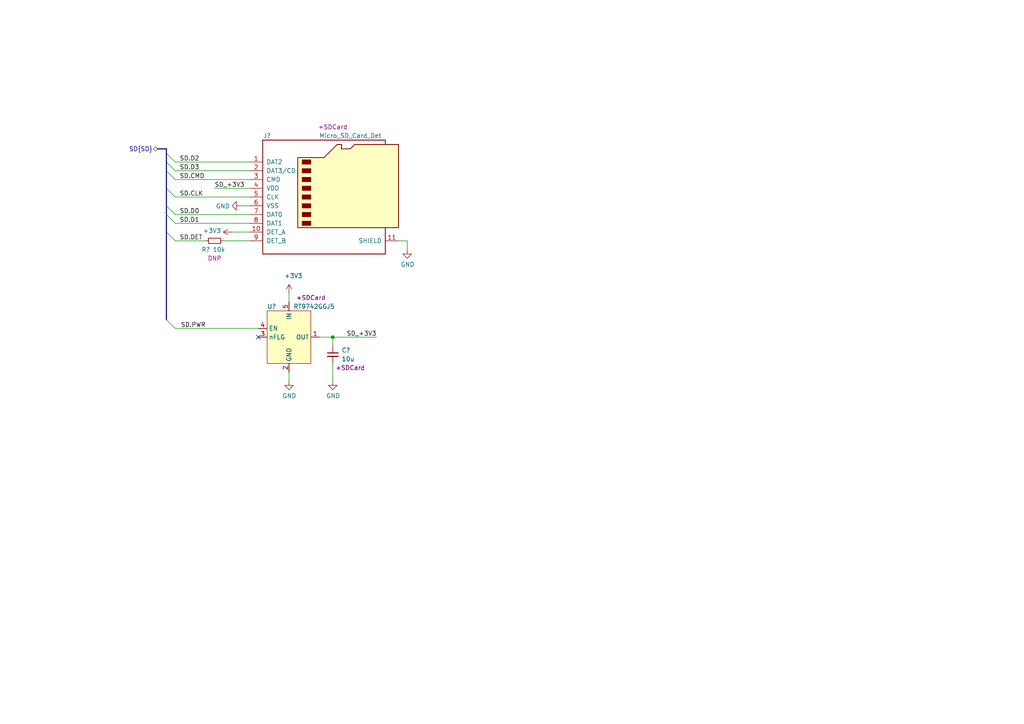
<source format=kicad_sch>
(kicad_sch (version 20201015) (generator eeschema)
  (paper "A4")
  (lib_symbols
    (symbol "Connector:Micro_SD_Card_Det" (pin_names (offset 1.016))
      (property "Reference" "J" (at -16.51 17.78 0))
      (property "Value" "Micro_SD_Card_Det" (at 16.51 17.78 0))
      (symbol "Micro_SD_Card_Det_0_1"
        (rectangle (start -7.62 -6.985) (end -5.08 -8.255) (fill (type outline)))
        (rectangle (start -7.62 -4.445) (end -5.08 -5.715) (fill (type outline)))
        (rectangle (start -7.62 -1.905) (end -5.08 -3.175) (fill (type outline)))
        (rectangle (start -7.62 0.635) (end -5.08 -0.635) (fill (type outline)))
        (rectangle (start -7.62 3.175) (end -5.08 1.905) (fill (type outline)))
        (rectangle (start -7.62 5.715) (end -5.08 4.445) (fill (type outline)))
        (rectangle (start -7.62 8.255) (end -5.08 6.985) (fill (type outline)))
        (rectangle (start -7.62 10.795) (end -5.08 9.525) (fill (type outline)))
        (polyline (pts (xy 16.51 15.24) (xy 16.51 16.51) (xy -19.05 16.51) (xy -19.05 -16.51) (xy 16.51 -16.51) (xy 16.51 -8.89)) (stroke (width 0.254)))
        (polyline (pts (xy -8.89 -8.89) (xy -8.89 11.43) (xy -1.27 11.43) (xy 2.54 15.24) (xy 3.81 15.24) (xy 3.81 13.97) (xy 6.35 13.97) (xy 7.62 15.24) (xy 20.32 15.24) (xy 20.32 -8.89) (xy -8.89 -8.89)) (stroke (width 0.254)) (fill (type background)))
      )
      (symbol "Micro_SD_Card_Det_1_1"
        (pin bidirectional line (at -22.86 10.16 0) (length 3.81) (name "DAT2") (number "1"))
        (pin passive line (at -22.86 -10.16 0) (length 3.81) (name "DET_A") (number "10"))
        (pin passive line (at 20.32 -12.7 180) (length 3.81) (name "SHIELD") (number "11"))
        (pin bidirectional line (at -22.86 7.62 0) (length 3.81) (name "DAT3/CD") (number "2"))
        (pin input line (at -22.86 5.08 0) (length 3.81) (name "CMD") (number "3"))
        (pin power_in line (at -22.86 2.54 0) (length 3.81) (name "VDD") (number "4"))
        (pin input line (at -22.86 0 0) (length 3.81) (name "CLK") (number "5"))
        (pin power_in line (at -22.86 -2.54 0) (length 3.81) (name "VSS") (number "6"))
        (pin bidirectional line (at -22.86 -5.08 0) (length 3.81) (name "DAT0") (number "7"))
        (pin bidirectional line (at -22.86 -7.62 0) (length 3.81) (name "DAT1") (number "8"))
        (pin passive line (at -22.86 -12.7 0) (length 3.81) (name "DET_B") (number "9"))
      )
    )
    (symbol "Device:C_Small" (pin_numbers hide) (pin_names (offset 0.254) hide)
      (property "Reference" "C" (at 0.254 1.778 0))
      (property "Value" "C_Small" (at 0.254 -2.032 0))
      (symbol "C_Small_0_1"
        (polyline (pts (xy -1.524 -0.508) (xy 1.524 -0.508)) (stroke (width 0.3302)))
        (polyline (pts (xy -1.524 0.508) (xy 1.524 0.508)) (stroke (width 0.3048)))
      )
      (symbol "C_Small_1_1"
        (pin passive line (at 0 2.54 270) (length 2.032) (name "~") (number "1"))
        (pin passive line (at 0 -2.54 90) (length 2.032) (name "~") (number "2"))
      )
    )
    (symbol "Device:R_Small" (pin_numbers hide) (pin_names (offset 0.254) hide)
      (property "Reference" "R" (at 0.762 0.508 0))
      (property "Value" "R_Small" (at 0.762 -1.016 0))
      (symbol "R_Small_0_1"
        (rectangle (start -0.762 1.778) (end 0.762 -1.778) (stroke (width 0.2032)))
      )
      (symbol "R_Small_1_1"
        (pin passive line (at 0 2.54 270) (length 0.762) (name "~") (number "1"))
        (pin passive line (at 0 -2.54 90) (length 0.762) (name "~") (number "2"))
      )
    )
    (symbol "LightBlue:RT9742GGJ5"
      (property "Reference" "U" (at -5.08 8.89 0))
      (property "Value" "RT9742GGJ5" (at 7.62 8.89 0))
      (symbol "RT9742GGJ5_0_0"
        (pin power_out line (at 8.89 0 180) (length 2.54) (name "OUT") (number "1"))
        (pin power_in line (at 0 -10.16 90) (length 2.54) (name "GND") (number "2"))
        (pin open_collector line (at -8.89 0 0) (length 2.54) (name "nFLG") (number "3"))
        (pin input line (at -8.89 2.54 0) (length 2.54) (name "EN") (number "4"))
        (pin power_in line (at 0 10.16 270) (length 2.54) (name "IN") (number "5"))
      )
      (symbol "RT9742GGJ5_0_1"
        (rectangle (start -6.35 7.62) (end 6.35 -7.62) (fill (type background)))
      )
    )
    (symbol "power:+3V3" (power) (pin_names (offset 0))
      (property "Value" "+3V3" (at 0 3.556 0))
      (symbol "+3V3_0_1"
        (polyline (pts (xy -0.762 1.27) (xy 0 2.54)))
        (polyline (pts (xy 0 0) (xy 0 2.54)))
        (polyline (pts (xy 0 2.54) (xy 0.762 1.27)))
      )
      (symbol "+3V3_1_1"
        (pin power_in line (at 0 0 90) (length 0) hide (name "+3V3") (number "1"))
      )
    )
    (symbol "power:GND" (power) (pin_names (offset 0))
      (property "Value" "GND" (at 0 -3.81 0))
      (symbol "GND_0_1"
        (polyline (pts (xy 0 0) (xy 0 -1.27) (xy 1.27 -1.27) (xy 0 -2.54) (xy -1.27 -1.27) (xy 0 -1.27)))
      )
      (symbol "GND_1_1"
        (pin power_in line (at 0 0 270) (length 0) hide (name "GND") (number "1"))
      )
    )
  )
  (junction (at 96.52 97.79) (diameter 0.9144))
  (no_connect (at 74.93 97.79))
  (bus_entry (at 48.26 44.45) (size 2.54 2.54) (stroke (width 0.1524)))
  (bus_entry (at 48.26 46.99) (size 2.54 2.54) (stroke (width 0.1524)))
  (bus_entry (at 48.26 49.53) (size 2.54 2.54) (stroke (width 0.1524)))
  (bus_entry (at 48.26 54.61) (size 2.54 2.54) (stroke (width 0.1524)))
  (bus_entry (at 48.26 59.69) (size 2.54 2.54) (stroke (width 0.1524)))
  (bus_entry (at 48.26 62.23) (size 2.54 2.54) (stroke (width 0.1524)))
  (bus_entry (at 48.26 67.31) (size 2.54 2.54) (stroke (width 0.1524)))
  (bus_entry (at 48.26 92.71) (size 2.54 2.54) (stroke (width 0.1524)))
  (wire (pts (xy 50.8 46.99) (xy 72.39 46.99)))
  (wire (pts (xy 50.8 49.53) (xy 72.39 49.53)))
  (wire (pts (xy 50.8 52.07) (xy 72.39 52.07)))
  (wire (pts (xy 50.8 57.15) (xy 72.39 57.15)))
  (wire (pts (xy 50.8 62.23) (xy 72.39 62.23)))
  (wire (pts (xy 50.8 64.77) (xy 72.39 64.77)))
  (wire (pts (xy 50.8 69.85) (xy 59.69 69.85)))
  (wire (pts (xy 50.8 95.25) (xy 74.93 95.25)))
  (wire (pts (xy 62.23 54.61) (xy 72.39 54.61)))
  (wire (pts (xy 64.77 69.85) (xy 72.39 69.85)))
  (wire (pts (xy 67.31 67.31) (xy 72.39 67.31)))
  (wire (pts (xy 72.39 59.69) (xy 69.85 59.69)))
  (wire (pts (xy 83.82 85.09) (xy 83.82 87.63)))
  (wire (pts (xy 83.82 107.95) (xy 83.82 110.49)))
  (wire (pts (xy 92.71 97.79) (xy 96.52 97.79)))
  (wire (pts (xy 96.52 97.79) (xy 96.52 100.33)))
  (wire (pts (xy 96.52 97.79) (xy 109.22 97.79)))
  (wire (pts (xy 96.52 105.41) (xy 96.52 110.49)))
  (wire (pts (xy 115.57 69.85) (xy 118.11 69.85)))
  (wire (pts (xy 118.11 69.85) (xy 118.11 72.39)))
  (bus (pts (xy 45.72 43.18) (xy 48.26 43.18)))
  (bus (pts (xy 48.26 43.18) (xy 48.26 44.45)))
  (bus (pts (xy 48.26 44.45) (xy 48.26 46.99)))
  (bus (pts (xy 48.26 49.53) (xy 48.26 46.99)))
  (bus (pts (xy 48.26 49.53) (xy 48.26 54.61)))
  (bus (pts (xy 48.26 54.61) (xy 48.26 59.69)))
  (bus (pts (xy 48.26 62.23) (xy 48.26 59.69)))
  (bus (pts (xy 48.26 62.23) (xy 48.26 67.31)))
  (bus (pts (xy 48.26 67.31) (xy 48.26 92.71)))
  (label "SD.D2" (at 52.07 46.99 0))
  (label "SD.D3" (at 52.07 49.53 0))
  (label "SD.CMD" (at 52.07 52.07 0))
  (label "SD.CLK" (at 52.07 57.15 0))
  (label "SD.D0" (at 52.07 62.23 0))
  (label "SD.D1" (at 52.07 64.77 0))
  (label "SD.DET" (at 52.07 69.85 0))
  (label "SD.PWR" (at 59.69 95.25 180))
  (label "SD_+3V3" (at 62.23 54.61 0))
  (label "SD_+3V3" (at 109.22 97.79 180))
  (hierarchical_label "SD{SD}" (shape bidirectional) (at 45.72 43.18 180))
  (symbol (lib_id "power:+3V3") (at 67.31 67.31 90) (unit 1)
    (property "Reference" "#PWR0243" (effects hide))
    (property "Value" "+3V3" (at 64.1349 66.9417 90) (effects (justify left)))
  )
  (symbol (lib_id "power:+3V3") (at 83.82 85.09 0) (unit 1)
    (property "Reference" "#PWR0239" (effects hide))
    (property "Value" "+3V3" (at 85.09 80.01 0))
  )
  (symbol (lib_id "power:GND") (at 69.85 59.69 270) (unit 1)
    (property "Reference" "#PWR0238" (effects hide))
    (property "Value" "GND" (at 66.675 59.8043 90) (effects (justify right)))
  )
  (symbol (lib_id "power:GND") (at 83.82 110.49 0) (unit 1)
    (property "Reference" "#PWR0242" (effects hide))
    (property "Value" "GND" (at 83.9343 114.8144 0))
  )
  (symbol (lib_id "power:GND") (at 96.52 110.49 0) (unit 1)
    (property "Reference" "#PWR0241" (effects hide))
    (property "Value" "GND" (at 96.6343 114.8144 0))
  )
  (symbol (lib_id "power:GND") (at 118.11 72.39 0) (unit 1)
    (property "Reference" "#PWR0240" (effects hide))
    (property "Value" "GND" (at 118.2243 76.7144 0))
  )
  (symbol (lib_id "Device:R_Small") (at 62.23 69.85 270) (unit 1)
    (property "Reference" "R?" (at 59.69 72.39 90))
    (property "Value" "10k" (at 63.5 72.39 90))
    (property "Config" "DNP" (at 62.23 74.93 90))
  )
  (symbol (lib_id "Device:C_Small") (at 96.52 102.87 0) (unit 1)
    (property "Reference" "C?" (at 99.06 101.6 0) (effects (justify left)))
    (property "Value" "10u" (at 99.06 104.14 0) (effects (justify left)))
    (property "Config" "+SDCard" (at 101.6 106.68 0))
  )
  (symbol (lib_id "LightBlue:RT9742GGJ5") (at 83.82 97.79 0) (unit 1)
    (property "Reference" "U?" (at 77.47 88.9 0) (effects (justify left)))
    (property "Value" "RT9742GGJ5" (at 85.09 88.9 0) (effects (justify left)))
    (property "Footprint" "Package_TO_SOT_SMD:SOT-23-5" (effects hide))
    (property "Datasheet" "https://www.richtek.com/assets/product_file/RT9742/DS9742-00.pdf" (effects hide))
    (property "Config" "+SDCard" (at 90.17 86.36 0))
  )
  (symbol (lib_id "Connector:Micro_SD_Card_Det") (at 95.25 57.15 0) (unit 1)
    (property "Reference" "J?" (at 77.47 39.37 0))
    (property "Value" "Micro_SD_Card_Det" (at 101.6 39.37 0))
    (property "Footprint" "Connector_Card:microSD_HC_Molex_104031-0811" (effects hide))
    (property "Datasheet" "https://www.hirose.com/product/en/download_file/key_name/DM3/category/Catalog/doc_file_id/49662/?file_category_id=4&item_id=195&is_series=1" (effects hide))
    (property "Config" "+SDCard" (at 96.52 36.83 0))
  )
)
</source>
